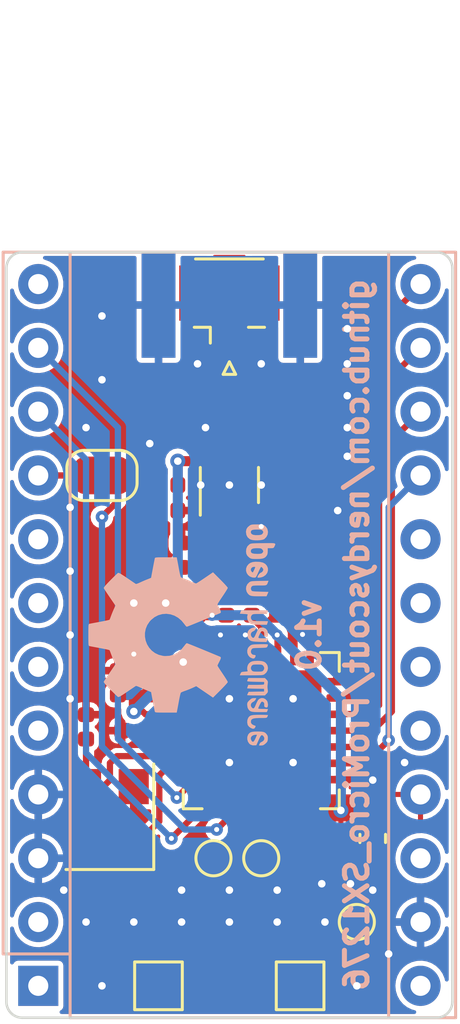
<source format=kicad_pcb>
(kicad_pcb (version 20171130) (host pcbnew 5.1.5-52549c5~84~ubuntu18.04.1)
  (title_block (title ProMicro_SX1276) (date 2020-02-12) (rev v1.0) (company https://twitter.com/nerdyscout84) (comment 1 "CERN Open Hardware Licence v1.2") (comment 2 https://github.com/nerdyscout/ProMicro/SX1276))
  (layers (0 F.Cu mixed) (31 B.Cu mixed) (34 B.Paste user) (35 F.Paste user) (36 B.SilkS user) (37 F.SilkS user) (38 B.Mask user) (39 F.Mask user) (44 Edge.Cuts user))
  (net 0 "")
  (net 1 GND)
  (net 2 "Net-(C1-Pad1)")
  (net 3 RFO_HF)
  (net 4 "Net-(C3-Pad1)")
  (net 5 "Net-(C4-Pad1)")
  (net 6 "Net-(C12-Pad2)")
  (net 7 "Net-(C6-Pad1)")
  (net 8 "Net-(C7-Pad1)")
  (net 9 "Net-(C12-Pad1)")
  (net 10 "Net-(C9-Pad2)")
  (net 11 "Net-(C10-Pad1)")
  (net 12 "Net-(C11-Pad1)")
  (net 13 "Net-(C13-Pad1)")
  (net 14 +3V3)
  (net 15 "Net-(C20-Pad1)")
  (net 16 "Net-(C21-Pad1)")
  (net 17 VR_PA)
  (net 18 RFI-HF)
  (net 19 "Net-(R1-Pad1)")
  (net 20 SCK)
  (net 21 MISO)
  (net 22 MOSI)
  (net 23 D8)
  (net 24 D7)
  (net 25 "Net-(TP2-Pad1)")
  (net 26 "Net-(TP3-Pad1)")
  (net 27 "Net-(TP4-Pad1)")
  (net 28 D10)
  (net 29 D6)
  (net 30 "Net-(JP1-Pad1)")
  (module Connector_Coaxial:U.FL_Hirose_U.FL-R-SMT-1_Vertical (layer F.Cu) (at 198.12 89.735 90)
    (fp_text reference J1 hide)
    (fp_text value SMA)
    (pad 2 smd rect (at 0.475 -1.475 90) (size 2.2 1.05) (layers F.Cu F.Paste F.Mask) (net 1 GND))
    (pad 1 smd rect (at -1.05 0 90) (size 1.05 1) (layers F.Cu F.Paste F.Mask) (net 12 "Net-(C11-Pad1)"))
    (pad 2 smd rect (at 0.475 1.475 90) (size 2.2 1.05) (layers F.Cu F.Paste F.Mask) (net 1 GND))
  )
  (module Jumper:SolderJumper-2_P1.3mm_Open_RoundedPad1.0x1.5mm (layer F.Cu) (at 193.04 96.52 180)
    (fp_text reference JP1 hide)
    (fp_text value SolderJumper_2_Open)
    (pad 2 smd custom (at 0.65 0 180) (size 1 0.5) (layers F.Cu F.Mask) (net 29 D6) (options (clearance outline) (anchor rect)) (primitives (gr_circle (center 0 0.25) (end 0.5 0.25) (width 0)) (gr_circle (center 0 -0.25) (end 0.5 -0.25) (width 0)) (gr_poly (pts (xy 0 -0.75) (xy -0.5 -0.75) (xy -0.5 0.75) (xy 0 0.75)) (width 0))))
    (pad 1 smd custom (at -0.65 0 180) (size 1 0.5) (layers F.Cu F.Mask) (net 30 "Net-(JP1-Pad1)") (options (clearance outline) (anchor rect)) (primitives (gr_circle (center 0 0.25) (end 0.5 0.25) (width 0)) (gr_circle (center 0 -0.25) (end 0.5 -0.25) (width 0)) (gr_poly (pts (xy 0 -0.75) (xy 0.5 -0.75) (xy 0.5 0.75) (xy 0 0.75)) (width 0))))
  )
  (module Capacitor_SMD:C_0402_1005Metric (layer F.Cu) (at 199.009 101.6 90)
    (fp_text reference C25 hide)
    (fp_text value F)
    (pad 2 smd roundrect (at 0.485 0 90) (size 0.59 0.64) (layers F.Cu F.Paste F.Mask) (net 1 GND))
    (pad 1 smd roundrect (at -0.485 0 90) (size 0.59 0.64) (layers F.Cu F.Paste F.Mask) (net 17 VR_PA))
  )
  (module Capacitor_SMD:C_0402_1005Metric (layer F.Cu) (at 202.438 99.695 90)
    (fp_text reference C24 hide)
    (fp_text value DNP)
    (pad 2 smd roundrect (at 0.485 0 90) (size 0.59 0.64) (layers F.Cu F.Paste F.Mask) (net 1 GND))
    (pad 1 smd roundrect (at -0.485 0 90) (size 0.59 0.64) (layers F.Cu F.Paste F.Mask) (net 18 RFI-HF))
  )
  (module TestPoint:TestPoint_Pad_1.5x1.5mm (layer F.Cu) (at 200.9394 116.84)
    (fp_text reference TP6 hide)
    (fp_text value TestPoint)
    (pad 1 smd rect (at 0 0) (size 1.5 1.5) (layers F.Cu F.Mask) (net 1 GND))
  )
  (module TestPoint:TestPoint_Pad_1.5x1.5mm (layer F.Cu) (at 195.29298 116.84)
    (fp_text reference TP5 hide)
    (fp_text value TestPoint)
    (pad 1 smd rect (at 0 0) (size 1.5 1.5) (layers F.Cu F.Mask) (net 1 GND))
  )
  (module Symbol:OSHW-Logo2_9.8x8mm_SilkScreen (layer B.Cu) (at 196.215 102.87 270)
    (fp_text reference LOGO1 hide)
    (fp_text value Logo_Open_Hardware_Small hide)
  )
  (module Capacitor_SMD:C_0402_1005Metric (layer F.Cu) (at 195.58 96.901 180)
    (fp_text reference C14 hide)
    (fp_text value 1nF)
    (pad 2 smd roundrect (at 0.485 0 180) (size 0.59 0.64) (layers F.Cu F.Paste F.Mask) (net 1 GND))
    (pad 1 smd roundrect (at -0.485 0 180) (size 0.59 0.64) (layers F.Cu F.Paste F.Mask) (net 14 +3V3))
  )
  (module Capacitor_SMD:C_0402_1005Metric (layer F.Cu) (at 200.81 94.615)
    (fp_text reference C13 hide)
    (fp_text value 1nF)
    (pad 2 smd roundrect (at 0.485 0) (size 0.59 0.64) (layers F.Cu F.Paste F.Mask) (net 1 GND))
    (pad 1 smd roundrect (at -0.485 0) (size 0.59 0.64) (layers F.Cu F.Paste F.Mask) (net 13 "Net-(C13-Pad1)"))
  )
  (module Capacitor_SMD:C_0402_1005Metric (layer F.Cu) (at 196.215 99.695 270)
    (fp_text reference C12 hide)
    (fp_text value 1.2pF)
    (pad 2 smd roundrect (at 0.485 0 270) (size 0.59 0.64) (layers F.Cu F.Paste F.Mask) (net 6 "Net-(C12-Pad2)"))
    (pad 1 smd roundrect (at -0.485 0 270) (size 0.59 0.64) (layers F.Cu F.Paste F.Mask) (net 9 "Net-(C12-Pad1)"))
  )
  (module Capacitor_SMD:C_0402_1005Metric (layer F.Cu) (at 196.215 93.345 180)
    (fp_text reference C11 hide)
    (fp_text value DNP)
    (pad 2 smd roundrect (at 0.485 0 180) (size 0.59 0.64) (layers F.Cu F.Paste F.Mask) (net 1 GND))
    (pad 1 smd roundrect (at -0.485 0 180) (size 0.59 0.64) (layers F.Cu F.Paste F.Mask) (net 12 "Net-(C11-Pad1)"))
  )
  (module Capacitor_SMD:C_0402_1005Metric (layer F.Cu) (at 200.81 93.345)
    (fp_text reference C10 hide)
    (fp_text value DNP)
    (pad 2 smd roundrect (at 0.485 0) (size 0.59 0.64) (layers F.Cu F.Paste F.Mask) (net 1 GND))
    (pad 1 smd roundrect (at -0.485 0) (size 0.59 0.64) (layers F.Cu F.Paste F.Mask) (net 11 "Net-(C10-Pad1)"))
  )
  (module Capacitor_SMD:C_0402_1005Metric (layer F.Cu) (at 198.605 94.615 180)
    (fp_text reference C9 hide)
    (fp_text value 47p)
    (pad 2 smd roundrect (at 0.485 0 180) (size 0.59 0.64) (layers F.Cu F.Paste F.Mask) (net 10 "Net-(C9-Pad2)"))
    (pad 1 smd roundrect (at -0.485 0 180) (size 0.59 0.64) (layers F.Cu F.Paste F.Mask) (net 11 "Net-(C10-Pad1)"))
  )
  (module Capacitor_SMD:C_0402_1005Metric (layer F.Cu) (at 195.58 97.917 180)
    (fp_text reference C8 hide)
    (fp_text value 1.8pF)
    (pad 2 smd roundrect (at 0.485 0 180) (size 0.59 0.64) (layers F.Cu F.Paste F.Mask) (net 1 GND))
    (pad 1 smd roundrect (at -0.485 0 180) (size 0.59 0.64) (layers F.Cu F.Paste F.Mask) (net 9 "Net-(C12-Pad1)"))
  )
  (module Capacitor_SMD:C_0402_1005Metric (layer F.Cu) (at 200.81 97.917)
    (fp_text reference C7 hide)
    (fp_text value 47pF)
    (pad 2 smd roundrect (at 0.485 0) (size 0.59 0.64) (layers F.Cu F.Paste F.Mask) (net 7 "Net-(C6-Pad1)"))
    (pad 1 smd roundrect (at -0.485 0) (size 0.59 0.64) (layers F.Cu F.Paste F.Mask) (net 8 "Net-(C7-Pad1)"))
  )
  (module Capacitor_SMD:C_0402_1005Metric (layer F.Cu) (at 200.81 96.901 180)
    (fp_text reference C6 hide)
    (fp_text value 3.3pF)
    (pad 1 smd roundrect (at -0.485 0 180) (size 0.59 0.64) (layers F.Cu F.Paste F.Mask) (net 7 "Net-(C6-Pad1)"))
    (pad 2 smd roundrect (at 0.485 0 180) (size 0.59 0.64) (layers F.Cu F.Paste F.Mask) (net 1 GND))
  )
  (module Capacitor_SMD:C_0402_1005Metric (layer F.Cu) (at 194.945 99.695 90)
    (fp_text reference C5 hide)
    (fp_text value 4.7pF)
    (pad 2 smd roundrect (at 0.485 0 90) (size 0.59 0.64) (layers F.Cu F.Paste F.Mask) (net 1 GND))
    (pad 1 smd roundrect (at -0.485 0 90) (size 0.59 0.64) (layers F.Cu F.Paste F.Mask) (net 6 "Net-(C12-Pad2)"))
  )
  (module Capacitor_SMD:C_0402_1005Metric (layer F.Cu) (at 200.025 99.695 270)
    (fp_text reference C3 hide)
    (fp_text value 33pF)
    (pad 2 smd roundrect (at 0.485 0 270) (size 0.59 0.64) (layers F.Cu F.Paste F.Mask) (net 3 RFO_HF))
    (pad 1 smd roundrect (at -0.485 0 270) (size 0.59 0.64) (layers F.Cu F.Paste F.Mask) (net 4 "Net-(C3-Pad1)"))
  )
  (module Capacitor_SMD:C_0402_1005Metric (layer F.Cu) (at 201.295 101.6 90)
    (fp_text reference C2 hide)
    (fp_text value 1.5pF)
    (pad 2 smd roundrect (at 0.485 0 90) (size 0.59 0.64) (layers F.Cu F.Paste F.Mask) (net 3 RFO_HF))
    (pad 1 smd roundrect (at -0.485 0 90) (size 0.59 0.64) (layers F.Cu F.Paste F.Mask) (net 1 GND))
  )
  (module Package_TO_SOT_SMD:SOT-363_SC-70-6 (layer F.Cu) (at 198.12 96.901 90)
    (fp_text reference U2 hide)
    (fp_text value AS179-92LF)
    (pad 6 smd rect (at 0.95 -0.65 90) (size 0.65 0.4) (layers F.Cu F.Paste F.Mask) (net 14 +3V3))
    (pad 4 smd rect (at 0.95 0.65 90) (size 0.65 0.4) (layers F.Cu F.Paste F.Mask) (net 13 "Net-(C13-Pad1)"))
    (pad 2 smd rect (at -0.95 0 90) (size 0.65 0.4) (layers F.Cu F.Paste F.Mask) (net 1 GND))
    (pad 5 smd rect (at 0.95 0 90) (size 0.65 0.4) (layers F.Cu F.Paste F.Mask) (net 10 "Net-(C9-Pad2)"))
    (pad 3 smd rect (at -0.95 0.65 90) (size 0.65 0.4) (layers F.Cu F.Paste F.Mask) (net 8 "Net-(C7-Pad1)"))
    (pad 1 smd rect (at -0.95 -0.65 90) (size 0.65 0.4) (layers F.Cu F.Paste F.Mask) (net 9 "Net-(C12-Pad1)"))
  )
  (module Resistor_SMD:R_0402_1005Metric (layer F.Cu) (at 200.81 95.885 180)
    (fp_text reference R1 hide)
    (fp_text value 1k)
    (pad 2 smd roundrect (at 0.485 0 180) (size 0.59 0.64) (layers F.Cu F.Paste F.Mask) (net 13 "Net-(C13-Pad1)"))
    (pad 1 smd roundrect (at -0.485 0 180) (size 0.59 0.64) (layers F.Cu F.Paste F.Mask) (net 19 "Net-(R1-Pad1)"))
  )
  (module Inductor_SMD:L_0402_1005Metric (layer F.Cu) (at 198.605 93.345 180)
    (fp_text reference L5 hide)
    (fp_text value 0R)
    (pad 2 smd roundrect (at 0.485 0 180) (size 0.59 0.64) (layers F.Cu F.Paste F.Mask) (net 12 "Net-(C11-Pad1)"))
    (pad 1 smd roundrect (at -0.485 0 180) (size 0.59 0.64) (layers F.Cu F.Paste F.Mask) (net 11 "Net-(C10-Pad1)"))
  )
  (module Inductor_SMD:L_0402_1005Metric (layer F.Cu) (at 197.485 99.695 90)
    (fp_text reference L4 hide)
    (fp_text value 6.2nH)
    (pad 2 smd roundrect (at 0.485 0 90) (size 0.59 0.64) (layers F.Cu F.Paste F.Mask) (net 9 "Net-(C12-Pad1)"))
    (pad 1 smd roundrect (at -0.485 0 90) (size 0.59 0.64) (layers F.Cu F.Paste F.Mask) (net 6 "Net-(C12-Pad2)"))
  )
  (module Inductor_SMD:L_0402_1005Metric (layer F.Cu) (at 201.295 99.695 90)
    (fp_text reference L3 hide)
    (fp_text value 10nH)
    (pad 2 smd roundrect (at 0.485 0 90) (size 0.59 0.64) (layers F.Cu F.Paste F.Mask) (net 7 "Net-(C6-Pad1)"))
    (pad 1 smd roundrect (at -0.485 0 90) (size 0.59 0.64) (layers F.Cu F.Paste F.Mask) (net 18 RFI-HF))
  )
  (module Inductor_SMD:L_0402_1005Metric (layer F.Cu) (at 198.755 99.695 270)
    (fp_text reference L2 hide)
    (fp_text value 10nH)
    (pad 2 smd roundrect (at 0.485 0 270) (size 0.59 0.64) (layers F.Cu F.Paste F.Mask) (net 6 "Net-(C12-Pad2)"))
    (pad 1 smd roundrect (at -0.485 0 270) (size 0.59 0.64) (layers F.Cu F.Paste F.Mask) (net 4 "Net-(C3-Pad1)"))
  )
  (module Inductor_SMD:L_0402_1005Metric (layer F.Cu) (at 200.025 101.6 90)
    (fp_text reference L1 hide)
    (fp_text value 33nH)
    (pad 2 smd roundrect (at 0.485 0 90) (size 0.59 0.64) (layers F.Cu F.Paste F.Mask) (net 3 RFO_HF))
    (pad 1 smd roundrect (at -0.485 0 90) (size 0.59 0.64) (layers F.Cu F.Paste F.Mask) (net 17 VR_PA))
  )
  (module Connector_Coaxial:SMA_Samtec_SMA-J-P-H-ST-EM1_EdgeMount (layer F.Cu) (at 198.12 89.735 90)
    (fp_text reference J2 hide)
    (fp_text value COAX)
    (pad 1 smd rect (at 0.2 0 180) (size 1.27 3.6) (layers F.Cu F.Paste F.Mask) (net 12 "Net-(C11-Pad1)"))
    (pad 2 smd rect (at 0 -2.825 180) (size 1.35 4.2) (layers F.Cu F.Paste F.Mask) (net 1 GND))
    (pad 2 smd rect (at 0 2.825 180) (size 1.35 4.2) (layers F.Cu F.Paste F.Mask) (net 1 GND))
    (pad 2 smd rect (at 0 -2.825 180) (size 1.35 4.2) (layers B.Cu B.Paste B.Mask) (net 1 GND))
    (pad 2 smd rect (at 0 2.825 180) (size 1.35 4.2) (layers B.Cu B.Paste B.Mask) (net 1 GND))
  )
  (module TestPoint:TestPoint_Pad_D1.0mm (layer F.Cu) (at 203.2 114.3)
    (fp_text reference TP4 hide)
    (fp_text value TestPoint hide)
    (pad 1 smd circle (at 0 0) (size 1 1) (layers F.Cu F.Mask) (net 27 "Net-(TP4-Pad1)"))
  )
  (module TestPoint:TestPoint_Pad_D1.0mm (layer F.Cu) (at 199.39 111.76)
    (fp_text reference TP3 hide)
    (fp_text value TestPoint hide)
    (pad 1 smd circle (at 0 0) (size 1 1) (layers F.Cu F.Mask) (net 26 "Net-(TP3-Pad1)"))
  )
  (module TestPoint:TestPoint_Pad_D1.0mm (layer F.Cu) (at 197.485 111.76)
    (fp_text reference TP2 hide)
    (fp_text value TestPoint hide)
    (pad 1 smd circle (at 0 0) (size 1 1) (layers F.Cu F.Mask) (net 25 "Net-(TP2-Pad1)"))
  )
  (module Capacitor_SMD:C_0603_1608Metric (layer F.Cu) (at 203.835 110.9725 270)
    (fp_text reference C23 hide)
    (fp_text value 10µ)
    (pad 2 smd roundrect (at 0.7875 0 270) (size 0.875 0.95) (layers F.Cu F.Paste F.Mask) (net 1 GND))
    (pad 1 smd roundrect (at -0.7875 0 270) (size 0.875 0.95) (layers F.Cu F.Paste F.Mask) (net 14 +3V3))
  )
  (module Module:Sparkfun_Pro_Micro (layer B.Cu) (at 190.5 116.84)
    (fp_text reference A1 hide)
    (fp_text value Sparkfun_Pro_Micro_3V3)
    (pad 24 thru_hole oval (at 15.24 0) (size 1.6 1.6) (drill 0.8) (layers *.Cu *.Mask))
    (pad 23 thru_hole oval (at 15.24 -2.54) (size 1.6 1.6) (drill 0.8) (layers *.Cu *.Mask) (net 1 GND))
    (pad 22 thru_hole oval (at 15.24 -5.08) (size 1.6 1.6) (drill 0.8) (layers *.Cu *.Mask))
    (pad 12 thru_hole oval (at 0 -27.94) (size 1.6 1.6) (drill 0.8) (layers *.Cu *.Mask))
    (pad 21 thru_hole oval (at 15.24 -7.62) (size 1.6 1.6) (drill 0.8) (layers *.Cu *.Mask) (net 14 +3V3))
    (pad 11 thru_hole oval (at 0 -25.4) (size 1.6 1.6) (drill 0.8) (layers *.Cu *.Mask) (net 23 D8))
    (pad 20 thru_hole oval (at 15.24 -10.16) (size 1.6 1.6) (drill 0.8) (layers *.Cu *.Mask))
    (pad 10 thru_hole oval (at 0 -22.86) (size 1.6 1.6) (drill 0.8) (layers *.Cu *.Mask) (net 24 D7))
    (pad 19 thru_hole oval (at 15.24 -12.7) (size 1.6 1.6) (drill 0.8) (layers *.Cu *.Mask))
    (pad 9 thru_hole oval (at 0 -20.32) (size 1.6 1.6) (drill 0.8) (layers *.Cu *.Mask) (net 29 D6))
    (pad 18 thru_hole oval (at 15.24 -15.24) (size 1.6 1.6) (drill 0.8) (layers *.Cu *.Mask))
    (pad 8 thru_hole oval (at 0 -17.78) (size 1.6 1.6) (drill 0.8) (layers *.Cu *.Mask))
    (pad 17 thru_hole oval (at 15.24 -17.78) (size 1.6 1.6) (drill 0.8) (layers *.Cu *.Mask))
    (pad 7 thru_hole oval (at 0 -15.24) (size 1.6 1.6) (drill 0.8) (layers *.Cu *.Mask))
    (pad 16 thru_hole oval (at 15.24 -20.32) (size 1.6 1.6) (drill 0.8) (layers *.Cu *.Mask) (net 20 SCK))
    (pad 6 thru_hole oval (at 0 -12.7) (size 1.6 1.6) (drill 0.8) (layers *.Cu *.Mask))
    (pad 15 thru_hole oval (at 15.24 -22.86) (size 1.6 1.6) (drill 0.8) (layers *.Cu *.Mask) (net 21 MISO))
    (pad 5 thru_hole oval (at 0 -10.16) (size 1.6 1.6) (drill 0.8) (layers *.Cu *.Mask))
    (pad 14 thru_hole oval (at 15.24 -25.4) (size 1.6 1.6) (drill 0.8) (layers *.Cu *.Mask) (net 22 MOSI))
    (pad 4 thru_hole oval (at 0 -7.62) (size 1.6 1.6) (drill 0.8) (layers *.Cu *.Mask) (net 1 GND))
    (pad 13 thru_hole oval (at 15.24 -27.94) (size 1.6 1.6) (drill 0.8) (layers *.Cu *.Mask) (net 28 D10))
    (pad 3 thru_hole oval (at 0 -5.08) (size 1.6 1.6) (drill 0.8) (layers *.Cu *.Mask) (net 1 GND))
    (pad 2 thru_hole oval (at 0 -2.54) (size 1.6 1.6) (drill 0.8) (layers *.Cu *.Mask))
    (pad 1 thru_hole rect (at 0 0) (size 1.6 1.6) (drill 0.8) (layers *.Cu *.Mask))
  )
  (module Package_DFN_QFN:QFN-28-1EP_6x6mm_P0.65mm_EP4.8x4.8mm (layer F.Cu) (at 199.39 106.68)
    (fp_text reference U1 hide)
    (fp_text value SX1276)
    (pad 28 smd roundrect (at -1.95 -2.9875) (size 0.3 0.775) (layers F.Cu F.Paste F.Mask))
    (pad 27 smd roundrect (at -1.3 -2.9875) (size 0.3 0.775) (layers F.Cu F.Paste F.Mask))
    (pad 26 smd roundrect (at -0.65 -2.9875) (size 0.3 0.775) (layers F.Cu F.Paste F.Mask) (net 1 GND))
    (pad 25 smd roundrect (at 0 -2.9875) (size 0.3 0.775) (layers F.Cu F.Paste F.Mask) (net 17 VR_PA))
    (pad 24 smd roundrect (at 0.65 -2.9875) (size 0.3 0.775) (layers F.Cu F.Paste F.Mask) (net 14 +3V3))
    (pad 23 smd roundrect (at 1.3 -2.9875) (size 0.3 0.775) (layers F.Cu F.Paste F.Mask) (net 1 GND))
    (pad 22 smd roundrect (at 1.95 -2.9875) (size 0.3 0.775) (layers F.Cu F.Paste F.Mask) (net 3 RFO_HF))
    (pad 21 smd roundrect (at 2.9875 -1.95) (size 0.775 0.3) (layers F.Cu F.Paste F.Mask) (net 18 RFI-HF))
    (pad 20 smd roundrect (at 2.9875 -1.3) (size 0.775 0.3) (layers F.Cu F.Paste F.Mask) (net 19 "Net-(R1-Pad1)"))
    (pad 19 smd roundrect (at 2.9875 -0.65) (size 0.775 0.3) (layers F.Cu F.Paste F.Mask) (net 28 D10))
    (pad 18 smd roundrect (at 2.9875 0) (size 0.775 0.3) (layers F.Cu F.Paste F.Mask) (net 22 MOSI))
    (pad 17 smd roundrect (at 2.9875 0.65) (size 0.775 0.3) (layers F.Cu F.Paste F.Mask) (net 21 MISO))
    (pad 16 smd roundrect (at 2.9875 1.3) (size 0.775 0.3) (layers F.Cu F.Paste F.Mask) (net 20 SCK))
    (pad 15 smd roundrect (at 2.9875 1.95) (size 0.775 0.3) (layers F.Cu F.Paste F.Mask) (net 1 GND))
    (pad 14 smd roundrect (at 1.95 2.9875) (size 0.3 0.775) (layers F.Cu F.Paste F.Mask) (net 14 +3V3))
    (pad 13 smd roundrect (at 1.3 2.9875) (size 0.3 0.775) (layers F.Cu F.Paste F.Mask) (net 27 "Net-(TP4-Pad1)"))
    (pad 12 smd roundrect (at 0.65 2.9875) (size 0.3 0.775) (layers F.Cu F.Paste F.Mask))
    (pad 11 smd roundrect (at 0 2.9875) (size 0.3 0.775) (layers F.Cu F.Paste F.Mask) (net 26 "Net-(TP3-Pad1)"))
    (pad 10 smd roundrect (at -0.65 2.9875) (size 0.3 0.775) (layers F.Cu F.Paste F.Mask) (net 25 "Net-(TP2-Pad1)"))
    (pad 9 smd roundrect (at -1.3 2.9875) (size 0.3 0.775) (layers F.Cu F.Paste F.Mask) (net 30 "Net-(JP1-Pad1)"))
    (pad 8 smd roundrect (at -1.95 2.9875) (size 0.3 0.775) (layers F.Cu F.Paste F.Mask) (net 24 D7))
    (pad 7 smd roundrect (at -2.9875 1.95) (size 0.775 0.3) (layers F.Cu F.Paste F.Mask) (net 23 D8))
    (pad 6 smd roundrect (at -2.9875 1.3) (size 0.775 0.3) (layers F.Cu F.Paste F.Mask) (net 2 "Net-(C1-Pad1)"))
    (pad 5 smd roundrect (at -2.9875 0.65) (size 0.775 0.3) (layers F.Cu F.Paste F.Mask) (net 5 "Net-(C4-Pad1)"))
    (pad 4 smd roundrect (at -2.9875 0) (size 0.775 0.3) (layers F.Cu F.Paste F.Mask) (net 15 "Net-(C20-Pad1)"))
    (pad 3 smd roundrect (at -2.9875 -0.65) (size 0.775 0.3) (layers F.Cu F.Paste F.Mask) (net 14 +3V3))
    (pad 2 smd roundrect (at -2.9875 -1.3) (size 0.775 0.3) (layers F.Cu F.Paste F.Mask) (net 16 "Net-(C21-Pad1)"))
    (pad 1 smd roundrect (at -2.9875 -1.95) (size 0.775 0.3) (layers F.Cu F.Paste F.Mask))
    (pad 29 smd roundrect (at 0 0) (size 4.8 4.8) (layers F.Cu F.Mask) (roundrect_rratio 0.052083) (net 1 GND))
  )
  (module Crystal:Crystal_SMD_SeikoEpson_FA238V-4Pin_3.2x2.5mm (layer F.Cu) (at 193.355 110.109 90)
    (fp_text reference Y1 hide)
    (fp_text value 32Mhz)
    (pad 4 smd rect (at -1.2 -0.95 90) (size 1.4 1.2) (layers F.Cu F.Paste F.Mask) (net 1 GND))
    (pad 3 smd rect (at 1.2 -0.95 90) (size 1.4 1.2) (layers F.Cu F.Paste F.Mask) (net 5 "Net-(C4-Pad1)"))
    (pad 2 smd rect (at 1.2 0.95 90) (size 1.4 1.2) (layers F.Cu F.Paste F.Mask) (net 1 GND))
    (pad 1 smd rect (at -1.2 0.95 90) (size 1.4 1.2) (layers F.Cu F.Paste F.Mask) (net 2 "Net-(C1-Pad1)"))
  )
  (module Capacitor_SMD:C_0402_1005Metric (layer F.Cu) (at 202.565 111.275 270)
    (fp_text reference C22 hide)
    (fp_text value 1µ)
    (pad 1 smd roundrect (at -0.485 0 270) (size 0.59 0.64) (layers F.Cu F.Paste F.Mask) (net 14 +3V3))
    (pad 2 smd roundrect (at 0.485 0 270) (size 0.59 0.64) (layers F.Cu F.Paste F.Mask) (net 1 GND))
  )
  (module Capacitor_SMD:C_0402_1005Metric (layer F.Cu) (at 194.31 102.87 180)
    (fp_text reference C21 hide)
    (fp_text value 100n)
    (pad 2 smd roundrect (at 0.485 0 180) (size 0.59 0.64) (layers F.Cu F.Paste F.Mask) (net 1 GND))
    (pad 1 smd roundrect (at -0.485 0 180) (size 0.59 0.64) (layers F.Cu F.Paste F.Mask) (net 16 "Net-(C21-Pad1)"))
  )
  (module Capacitor_SMD:C_0402_1005Metric (layer F.Cu) (at 194.31 106.68 180)
    (fp_text reference C20 hide)
    (fp_text value 100n)
    (pad 2 smd roundrect (at 0.485 0 180) (size 0.59 0.64) (layers F.Cu F.Paste F.Mask) (net 1 GND))
    (pad 1 smd roundrect (at -0.485 0 180) (size 0.59 0.64) (layers F.Cu F.Paste F.Mask) (net 15 "Net-(C20-Pad1)"))
  )
  (module Capacitor_SMD:C_0402_1005Metric (layer F.Cu) (at 194.945 104.775 270)
    (fp_text reference C19 hide)
    (fp_text value 100n)
    (pad 2 smd roundrect (at 0.485 0 270) (size 0.59 0.64) (layers F.Cu F.Paste F.Mask) (net 14 +3V3))
    (pad 1 smd roundrect (at -0.485 0 270) (size 0.59 0.64) (layers F.Cu F.Paste F.Mask) (net 1 GND))
  )
  (module Capacitor_SMD:C_0402_1005Metric (layer F.Cu) (at 193.675 104.775 90)
    (fp_text reference C18 hide)
    (fp_text value 47p)
    (pad 2 smd roundrect (at 0.485 0 90) (size 0.59 0.64) (layers F.Cu F.Paste F.Mask) (net 1 GND))
    (pad 1 smd roundrect (at -0.485 0 90) (size 0.59 0.64) (layers F.Cu F.Paste F.Mask) (net 14 +3V3))
  )
  (module Capacitor_SMD:C_0402_1005Metric (layer F.Cu) (at 201.295 111.275 90)
    (fp_text reference C17 hide)
    (fp_text value 100n)
    (pad 2 smd roundrect (at 0.485 0 90) (size 0.59 0.64) (layers F.Cu F.Paste F.Mask) (net 14 +3V3))
    (pad 1 smd roundrect (at -0.485 0 90) (size 0.59 0.64) (layers F.Cu F.Paste F.Mask) (net 1 GND))
  )
  (module Capacitor_SMD:C_0402_1005Metric (layer F.Cu) (at 196.85 101.6 270)
    (fp_text reference C16 hide)
    (fp_text value 100n)
    (pad 2 smd roundrect (at 0.485 0 270) (size 0.59 0.64) (layers F.Cu F.Paste F.Mask) (net 14 +3V3))
    (pad 1 smd roundrect (at -0.485 0 270) (size 0.59 0.64) (layers F.Cu F.Paste F.Mask) (net 1 GND))
  )
  (module Capacitor_SMD:C_0402_1005Metric (layer F.Cu) (at 197.993 101.6 90)
    (fp_text reference C15 hide)
    (fp_text value 47p)
    (pad 2 smd roundrect (at 0.485 0 90) (size 0.59 0.64) (layers F.Cu F.Paste F.Mask) (net 1 GND))
    (pad 1 smd roundrect (at -0.485 0 90) (size 0.59 0.64) (layers F.Cu F.Paste F.Mask) (net 14 +3V3))
  )
  (module Capacitor_SMD:C_0402_1005Metric (layer F.Cu) (at 192.405 106.53 90)
    (fp_text reference C4 hide)
    (fp_text value 15p)
    (pad 2 smd roundrect (at 0.485 0 90) (size 0.59 0.64) (layers F.Cu F.Paste F.Mask) (net 1 GND))
    (pad 1 smd roundrect (at -0.485 0 90) (size 0.59 0.64) (layers F.Cu F.Paste F.Mask) (net 5 "Net-(C4-Pad1)"))
  )
  (module Capacitor_SMD:C_0402_1005Metric (layer F.Cu) (at 193.04 113.03 180)
    (fp_text reference C1 hide)
    (fp_text value 15p)
    (pad 2 smd roundrect (at 0.485 0 180) (size 0.59 0.64) (layers F.Cu F.Paste F.Mask) (net 1 GND))
    (pad 1 smd roundrect (at -0.485 0 180) (size 0.59 0.64) (layers F.Cu F.Paste F.Mask) (net 2 "Net-(C1-Pad1)"))
  )
  (gr_text v1.0 (at 201.295 102.87 90) (layer B.SilkS) (effects (font (size 0.9 0.9) (thickness 0.2)) (justify mirror)))
  (gr_arc (start 189.865 88.265) (end 189.865 87.63) (angle -90) (layer Edge.Cuts) (width 0.1))
  (gr_arc (start 206.375 88.265) (end 207.01 88.265) (angle -90) (layer Edge.Cuts) (width 0.1))
  (gr_line (start 189.865 87.63) (end 206.375 87.63) (layer Edge.Cuts) (width 0.1))
  (gr_arc (start 206.375 117.475) (end 206.375 118.11) (angle -90) (layer Edge.Cuts) (width 0.1))
  (gr_arc (start 189.865 117.475) (end 189.23 117.475) (angle -90) (layer Edge.Cuts) (width 0.1))
  (gr_text github.com/nerdyscout/ProMicro_SX1276 (at 203.2 102.87 90) (layer B.SilkS) (effects (font (size 0.9 0.9) (thickness 0.2)) (justify mirror)))
  (gr_line (start 189.23 117.475) (end 189.23 88.265) (layer Edge.Cuts) (width 0.1))
  (gr_line (start 206.375 118.11) (end 189.865 118.11) (layer Edge.Cuts) (width 0.1))
  (gr_line (start 207.01 88.265) (end 207.01 117.475) (layer Edge.Cuts) (width 0.1))
  (via (at 203.835 113.03) (size 0.6) (drill 0.3) (layers F.Cu B.Cu) (net 1))
  (via (at 192.405 114.3) (size 0.6) (drill 0.3) (layers F.Cu B.Cu) (net 1))
  (via (at 204.47 115.57) (size 0.6) (drill 0.3) (layers F.Cu B.Cu) (net 1))
  (via (at 203.2 116.84) (size 0.6) (drill 0.3) (layers F.Cu B.Cu) (net 1))
  (via (at 201.93 114.3) (size 0.6) (drill 0.3) (layers F.Cu B.Cu) (net 1))
  (via (at 200.025 114.3) (size 0.6) (drill 0.3) (layers F.Cu B.Cu) (net 1))
  (via (at 198.12 114.3) (size 0.6) (drill 0.3) (layers F.Cu B.Cu) (net 1))
  (via (at 196.215 114.3) (size 0.6) (drill 0.3) (layers F.Cu B.Cu) (net 1))
  (via (at 193.04 116.84) (size 0.6) (drill 0.3) (layers F.Cu B.Cu) (net 1))
  (via (at 205.105 107.95) (size 0.6) (drill 0.3) (layers F.Cu B.Cu) (net 1))
  (via (at 198.12 96.901) (size 0.6) (drill 0.3) (layers F.Cu B.Cu) (net 1))
  (via (at 199.39 98.552) (size 0.5) (drill 0.2) (layers F.Cu B.Cu) (net 1))
  (via (at 199.39 96.901) (size 0.6) (drill 0.3) (layers F.Cu B.Cu) (net 1))
  (via (at 202.819 95.758) (size 0.6) (drill 0.3) (layers F.Cu B.Cu) (net 1))
  (via (at 202.819 94.615) (size 0.6) (drill 0.3) (layers F.Cu B.Cu) (net 1))
  (via (at 202.819 93.345) (size 0.6) (drill 0.3) (layers F.Cu B.Cu) (net 1))
  (via (at 203.835 108.6485) (size 0.6) (drill 0.3) (layers F.Cu B.Cu) (net 1))
  (via (at 198.755 102.87) (size 0.45) (drill 0.2) (layers F.Cu B.Cu) (net 1))
  (via (at 201.036216 102.849384) (size 0.45) (drill 0.2) (layers F.Cu B.Cu) (net 1))
  (via (at 194.31 103.632) (size 0.5) (drill 0.2) (layers F.Cu B.Cu) (net 1))
  (via (at 196.977 96.901) (size 0.6) (drill 0.3) (layers F.Cu B.Cu) (net 1))
  (via (at 196.85 92.075) (size 0.6) (drill 0.3) (layers F.Cu B.Cu) (net 1))
  (via (at 199.39 92.075) (size 0.6) (drill 0.3) (layers F.Cu B.Cu) (net 1))
  (via (at 202.819 92.075) (size 0.6) (drill 0.3) (layers F.Cu B.Cu) (net 1))
  (via (at 202.819 90.678) (size 0.6) (drill 0.3) (layers F.Cu B.Cu) (net 1))
  (via (at 191.516 113.03) (size 0.6) (drill 0.3) (layers F.Cu B.Cu) (net 1))
  (via (at 193.04 90.17) (size 0.6) (drill 0.3) (layers F.Cu B.Cu) (net 1))
  (via (at 191.77 102.87) (size 0.6) (drill 0.3) (layers F.Cu B.Cu) (net 1))
  (via (at 191.77 100.33) (size 0.6) (drill 0.3) (layers F.Cu B.Cu) (net 1))
  (via (at 194.945 95.25) (size 0.6) (drill 0.3) (layers F.Cu B.Cu) (net 1))
  (via (at 193.04 92.71) (size 0.6) (drill 0.3) (layers F.Cu B.Cu) (net 1))
  (via (at 194.31 101.6) (size 0.6) (drill 0.3) (layers F.Cu B.Cu) (net 1))
  (via (at 197.1675 94.615) (size 0.6) (drill 0.3) (layers F.Cu B.Cu) (net 1))
  (via (at 197.7644 102.87) (size 0.45) (drill 0.2) (layers F.Cu B.Cu) (net 1))
  (via (at 196.215 113.03) (size 0.6) (drill 0.3) (layers F.Cu B.Cu) (net 1))
  (via (at 198.12 113.03) (size 0.6) (drill 0.3) (layers F.Cu B.Cu) (net 1))
  (via (at 200.025 113.03) (size 0.6) (drill 0.3) (layers F.Cu B.Cu) (net 1))
  (via (at 198.12 105.41) (size 0.6) (drill 0.3) (layers F.Cu B.Cu) (net 1))
  (via (at 198.12 107.95) (size 0.6) (drill 0.3) (layers F.Cu B.Cu) (net 1))
  (via (at 200.66 107.95) (size 0.6) (drill 0.3) (layers F.Cu B.Cu) (net 1))
  (via (at 200.66 105.41) (size 0.6) (drill 0.3) (layers F.Cu B.Cu) (net 1))
  (via (at 191.77 105.41) (size 0.6) (drill 0.3) (layers F.Cu B.Cu) (net 1))
  (via (at 194.31 114.3) (size 0.6) (drill 0.3) (layers F.Cu B.Cu) (net 1))
  (via (at 202.438 97.917) (size 0.6) (drill 0.3) (layers F.Cu B.Cu) (net 1))
  (segment (start 199.009 101.115) (end 198.016 101.115) (width 0.4) (layer F.Cu) (net 1))
  (segment (start 197.993 101.115) (end 196.873 101.115) (width 0.4) (layer F.Cu) (net 1))
  (segment (start 196.873 101.115) (end 196.85 101.092) (width 0.4) (layer F.Cu) (net 1))
  (via (at 195.58 101.6) (size 0.6) (drill 0.3) (layers F.Cu B.Cu) (net 1))
  (via (at 192.405 94.615) (size 0.6) (drill 0.3) (layers F.Cu B.Cu) (net 1))
  (via (at 191.77 97.79) (size 0.6) (drill 0.3) (layers F.Cu B.Cu) (net 1))
  (via (at 202.946 112.776) (size 0.6) (drill 0.3) (layers F.Cu B.Cu) (net 1))
  (via (at 201.803 112.776) (size 0.6) (drill 0.3) (layers F.Cu B.Cu) (net 1))
  (segment (start 195.326 108.458) (end 195.326 110.288) (width 0.25) (layer F.Cu) (net 2))
  (segment (start 195.326 110.288) (end 194.305 111.309) (width 0.25) (layer F.Cu) (net 2))
  (segment (start 195.804 107.98) (end 195.326 108.458) (width 0.25) (layer F.Cu) (net 2))
  (segment (start 196.4025 107.98) (end 195.804 107.98) (width 0.25) (layer F.Cu) (net 2))
  (segment (start 194.305 112.7175) (end 194.305 111.309) (width 0.25) (layer F.Cu) (net 2))
  (segment (start 193.525 113.03) (end 193.9925 113.03) (width 0.25) (layer F.Cu) (net 2))
  (segment (start 193.9925 113.03) (end 194.305 112.7175) (width 0.25) (layer F.Cu) (net 2))
  (segment (start 201.7625 101.115) (end 202.057 101.4095) (width 0.25) (layer F.Cu) (net 3))
  (segment (start 202.057 101.4095) (end 202.057 103.378) (width 0.25) (layer F.Cu) (net 3))
  (segment (start 201.295 101.115) (end 201.7625 101.115) (width 0.25) (layer F.Cu) (net 3))
  (segment (start 201.7425 103.6925) (end 201.34 103.6925) (width 0.25) (layer F.Cu) (net 3))
  (segment (start 202.057 103.378) (end 201.7425 103.6925) (width 0.25) (layer F.Cu) (net 3))
  (segment (start 200.025 101.115) (end 200.51 101.115) (width 0.25) (layer F.Cu) (net 3))
  (segment (start 201.295 101.115) (end 200.51 101.115) (width 0.25) (layer F.Cu) (net 3))
  (segment (start 200.025 101.115) (end 200.025 100.33) (width 0.25) (layer F.Cu) (net 3))
  (segment (start 200.025 99.21) (end 199.54 99.21) (width 0.25) (layer F.Cu) (net 4))
  (segment (start 198.755 99.21) (end 199.54 99.21) (width 0.25) (layer F.Cu) (net 4))
  (segment (start 193.632998 107.696) (end 195.326 107.696) (width 0.25) (layer F.Cu) (net 5))
  (segment (start 193.3575 107.971498) (end 193.632998 107.696) (width 0.25) (layer F.Cu) (net 5))
  (segment (start 192.405 108.909) (end 193.097 108.909) (width 0.25) (layer F.Cu) (net 5))
  (segment (start 195.326 107.696) (end 195.692 107.33) (width 0.25) (layer F.Cu) (net 5))
  (segment (start 193.3575 108.6485) (end 193.3575 107.971498) (width 0.25) (layer F.Cu) (net 5))
  (segment (start 193.097 108.909) (end 193.3575 108.6485) (width 0.25) (layer F.Cu) (net 5))
  (segment (start 195.692 107.33) (end 196.4025 107.33) (width 0.25) (layer F.Cu) (net 5))
  (segment (start 192.405 107.015) (end 192.405 107.823) (width 0.25) (layer F.Cu) (net 5))
  (segment (start 192.405 108.909) (end 192.405 107.823) (width 0.25) (layer F.Cu) (net 5))
  (segment (start 198.755 100.18) (end 198.27 100.18) (width 0.25) (layer F.Cu) (net 6))
  (segment (start 197.485 100.18) (end 198.27 100.18) (width 0.25) (layer F.Cu) (net 6))
  (segment (start 197.485 100.18) (end 197 100.18) (width 0.25) (layer F.Cu) (net 6))
  (segment (start 196.215 100.18) (end 197 100.18) (width 0.25) (layer F.Cu) (net 6))
  (segment (start 194.945 100.18) (end 195.43 100.18) (width 0.25) (layer F.Cu) (net 6))
  (segment (start 196.215 100.18) (end 195.43 100.18) (width 0.25) (layer F.Cu) (net 6))
  (segment (start 201.295 97.917) (end 201.295 98.552) (width 0.25) (layer F.Cu) (net 7))
  (segment (start 201.295 99.21) (end 201.295 98.552) (width 0.25) (layer F.Cu) (net 7))
  (segment (start 201.295 96.901) (end 201.295 97.917) (width 0.25) (layer F.Cu) (net 7))
  (segment (start 198.77 97.851) (end 199.324 97.851) (width 0.25) (layer F.Cu) (net 8))
  (segment (start 199.39 97.917) (end 199.324 97.851) (width 0.25) (layer F.Cu) (net 8))
  (segment (start 200.325 97.917) (end 199.39 97.917) (width 0.25) (layer F.Cu) (net 8))
  (segment (start 198.12 95.951) (end 198.12 94.615) (width 0.25) (layer F.Cu) (net 10))
  (segment (start 199.09 94.615) (end 199.09 94.026) (width 0.25) (layer F.Cu) (net 11))
  (segment (start 199.09 93.345) (end 199.09 94.026) (width 0.25) (layer F.Cu) (net 11))
  (segment (start 200.325 93.345) (end 199.771 93.345) (width 0.25) (layer F.Cu) (net 11))
  (segment (start 199.09 93.345) (end 199.771 93.345) (width 0.25) (layer F.Cu) (net 11))
  (segment (start 198.12 93.345) (end 198.12 92.075) (width 0.25) (layer F.Cu) (net 12))
  (segment (start 198.12 89.535) (end 198.12 92.075) (width 0.25) (layer F.Cu) (net 12))
  (segment (start 196.7 93.345) (end 197.485 93.345) (width 0.25) (layer F.Cu) (net 12))
  (segment (start 198.12 93.345) (end 197.485 93.345) (width 0.25) (layer F.Cu) (net 12))
  (segment (start 200.325 95.169) (end 200.325 94.615) (width 0.25) (layer F.Cu) (net 13))
  (segment (start 200.325 95.885) (end 200.325 95.169) (width 0.25) (layer F.Cu) (net 13))
  (segment (start 200.325 95.885) (end 199.517 95.885) (width 0.25) (layer F.Cu) (net 13))
  (segment (start 199.451 95.951) (end 199.517 95.885) (width 0.25) (layer F.Cu) (net 13))
  (segment (start 198.77 95.951) (end 199.451 95.951) (width 0.25) (layer F.Cu) (net 13))
  (segment (start 201.295 110.79) (end 201.295 110.363) (width 0.2) (layer F.Cu) (net 14))
  (segment (start 201.295 110.363) (end 201.34 110.318) (width 0.2) (layer F.Cu) (net 14))
  (segment (start 201.34 109.6675) (end 201.34 110.318) (width 0.2) (layer F.Cu) (net 14))
  (via (at 200.025 102.87) (size 0.45) (drill 0.2) (layers F.Cu B.Cu) (net 14))
  (segment (start 200.04 102.885) (end 200.025 102.87) (width 0.25) (layer F.Cu) (net 14))
  (segment (start 200.04 103.6925) (end 200.04 102.885) (width 0.25) (layer F.Cu) (net 14))
  (via (at 202.565 109.855) (size 0.6) (drill 0.3) (layers F.Cu B.Cu) (net 14))
  (segment (start 200.025 102.87) (end 201.93 104.775) (width 0.4) (layer B.Cu) (net 14))
  (segment (start 202.565 105.41) (end 201.93 104.775) (width 0.4) (layer B.Cu) (net 14))
  (segment (start 202.565 109.855) (end 202.565 105.41) (width 0.4) (layer B.Cu) (net 14))
  (via (at 196.0626 95.9485) (size 0.6) (drill 0.3) (layers F.Cu B.Cu) (net 14))
  (segment (start 196.0651 95.951) (end 196.0626 95.9485) (width 0.4) (layer F.Cu) (net 14))
  (segment (start 197.47 95.951) (end 196.0651 95.951) (width 0.4) (layer F.Cu) (net 14))
  (segment (start 196.065 95.9509) (end 196.0626 95.9485) (width 0.4) (layer F.Cu) (net 14))
  (segment (start 196.065 96.901) (end 196.065 95.9509) (width 0.4) (layer F.Cu) (net 14))
  (segment (start 194.945 105.26) (end 194.6124 105.26) (width 0.4) (layer F.Cu) (net 14))
  (segment (start 193.675 105.26) (end 194.3584 105.26) (width 0.4) (layer F.Cu) (net 14))
  (segment (start 194.3584 105.26) (end 194.6124 105.26) (width 0.4) (layer F.Cu) (net 14))
  (via (at 194.31 105.918) (size 0.6) (drill 0.3) (layers F.Cu B.Cu) (net 14))
  (segment (start 194.31 105.564447) (end 194.31 105.918) (width 0.4) (layer F.Cu) (net 14))
  (segment (start 194.31 105.3084) (end 194.31 105.564447) (width 0.4) (layer F.Cu) (net 14))
  (segment (start 194.3584 105.26) (end 194.31 105.3084) (width 0.4) (layer F.Cu) (net 14))
  (segment (start 194.775553 106.03) (end 195.1332 106.03) (width 0.25) (layer F.Cu) (net 14))
  (segment (start 194.663553 105.918) (end 194.775553 106.03) (width 0.25) (layer F.Cu) (net 14))
  (segment (start 194.31 105.918) (end 194.663553 105.918) (width 0.25) (layer F.Cu) (net 14))
  (segment (start 196.4025 106.03) (end 195.1332 106.03) (width 0.25) (layer F.Cu) (net 14))
  (segment (start 194.31 105.918) (end 196.2785 103.9495) (width 0.4) (layer B.Cu) (net 14))
  (segment (start 196.85 102.085) (end 196.85 103.378) (width 0.4) (layer F.Cu) (net 14))
  (via (at 196.2785 103.9495) (size 0.6) (drill 0.3) (layers F.Cu B.Cu) (net 14))
  (segment (start 196.85 103.378) (end 196.2785 103.9495) (width 0.4) (layer F.Cu) (net 14))
  (segment (start 196.85 102.085) (end 197.335 102.085) (width 0.4) (layer F.Cu) (net 14))
  (segment (start 197.993 102.085) (end 197.4318 102.085) (width 0.4) (layer F.Cu) (net 14))
  (segment (start 197.4318 102.085) (end 197.335 102.085) (width 0.4) (layer F.Cu) (net 14))
  (via (at 197.4318 102.085) (size 0.45) (drill 0.2) (layers F.Cu B.Cu) (net 14))
  (segment (start 197.4318 102.085) (end 199.24 102.085) (width 0.4) (layer B.Cu) (net 14))
  (segment (start 199.24 102.085) (end 199.4281 102.2731) (width 0.4) (layer B.Cu) (net 14))
  (segment (start 200.025 102.87) (end 199.4281 102.2731) (width 0.4) (layer B.Cu) (net 14))
  (segment (start 196.0626 100.7158) (end 196.0626 95.9485) (width 0.4) (layer B.Cu) (net 14))
  (segment (start 197.4318 102.085) (end 196.0626 100.7158) (width 0.4) (layer B.Cu) (net 14))
  (segment (start 196.4025 106.68) (end 195.453 106.68) (width 0.25) (layer F.Cu) (net 15))
  (segment (start 194.795 106.68) (end 195.453 106.68) (width 0.25) (layer F.Cu) (net 15))
  (segment (start 195.6435 103.251) (end 195.2625 102.87) (width 0.25) (layer F.Cu) (net 16))
  (segment (start 195.6435 105.2195) (end 195.6435 103.251) (width 0.25) (layer F.Cu) (net 16))
  (segment (start 196.4025 105.38) (end 195.804 105.38) (width 0.25) (layer F.Cu) (net 16))
  (segment (start 195.2625 102.87) (end 194.795 102.87) (width 0.25) (layer F.Cu) (net 16))
  (segment (start 195.804 105.38) (end 195.6435 105.2195) (width 0.25) (layer F.Cu) (net 16))
  (segment (start 199.39 103.6925) (end 199.39 102.616) (width 0.25) (layer F.Cu) (net 17))
  (segment (start 199.921 102.085) (end 199.39 102.616) (width 0.25) (layer F.Cu) (net 17))
  (segment (start 200.025 102.085) (end 199.921 102.085) (width 0.25) (layer F.Cu) (net 17))
  (segment (start 199.39 102.5525) (end 199.39 102.616) (width 0.25) (layer F.Cu) (net 17))
  (segment (start 199.009 102.085) (end 199.009 102.1715) (width 0.25) (layer F.Cu) (net 17))
  (segment (start 199.009 102.1715) (end 199.39 102.5525) (width 0.25) (layer F.Cu) (net 17))
  (segment (start 202.3775 104.2005) (end 202.3775 104.73) (width 0.25) (layer F.Cu) (net 18))
  (segment (start 202.565 104.013) (end 202.3775 104.2005) (width 0.25) (layer F.Cu) (net 18))
  (segment (start 202.565 101.092) (end 202.565 104.013) (width 0.25) (layer F.Cu) (net 18))
  (segment (start 202.438 100.965) (end 202.565 101.092) (width 0.25) (layer F.Cu) (net 18))
  (segment (start 201.295 100.18) (end 202.438 100.18) (width 0.25) (layer F.Cu) (net 18))
  (segment (start 202.438 100.18) (end 202.438 100.965) (width 0.25) (layer F.Cu) (net 18))
  (segment (start 203.073 105.156) (end 202.849 105.38) (width 0.25) (layer F.Cu) (net 19))
  (segment (start 203.073 97.2058) (end 203.073 105.156) (width 0.25) (layer F.Cu) (net 19))
  (segment (start 201.295 95.885) (end 201.7522 95.885) (width 0.25) (layer F.Cu) (net 19))
  (segment (start 202.849 105.38) (end 202.3775 105.38) (width 0.25) (layer F.Cu) (net 19))
  (segment (start 201.7522 95.885) (end 203.073 97.2058) (width 0.25) (layer F.Cu) (net 19))
  (segment (start 203.551 107.98) (end 204.47 107.061) (width 0.25) (layer F.Cu) (net 20))
  (segment (start 204.47 97.79) (end 204.47 107.061) (width 0.25) (layer B.Cu) (net 20))
  (segment (start 205.74 96.52) (end 204.47 97.79) (width 0.25) (layer B.Cu) (net 20))
  (segment (start 202.3775 107.98) (end 203.551 107.98) (width 0.25) (layer F.Cu) (net 20))
  (via (at 204.47 107.061) (size 0.5) (drill 0.2) (layers F.Cu B.Cu) (net 20))
  (segment (start 204.597 95.123) (end 204.597 105.918) (width 0.25) (layer F.Cu) (net 21))
  (segment (start 205.74 93.98) (end 204.597 95.123) (width 0.25) (layer F.Cu) (net 21))
  (segment (start 203.185 107.33) (end 202.3775 107.33) (width 0.25) (layer F.Cu) (net 21))
  (segment (start 204.597 105.918) (end 203.185 107.33) (width 0.25) (layer F.Cu) (net 21))
  (segment (start 204.089 93.091) (end 204.089 105.664) (width 0.25) (layer F.Cu) (net 22))
  (segment (start 205.74 91.44) (end 204.089 93.091) (width 0.25) (layer F.Cu) (net 22))
  (segment (start 204.089 105.664) (end 203.073 106.68) (width 0.25) (layer F.Cu) (net 22))
  (segment (start 203.073 106.68) (end 202.3775 106.68) (width 0.25) (layer F.Cu) (net 22))
  (via (at 196.0245 109.347) (size 0.5) (drill 0.2) (layers F.Cu B.Cu) (net 23))
  (segment (start 196.4025 108.63) (end 196.4025 108.969) (width 0.25) (layer F.Cu) (net 23))
  (segment (start 196.4025 108.969) (end 196.0245 109.347) (width 0.25) (layer F.Cu) (net 23))
  (segment (start 195.774501 109.097001) (end 196.0245 109.347) (width 0.25) (layer B.Cu) (net 23))
  (segment (start 193.675 106.9975) (end 195.774501 109.097001) (width 0.25) (layer B.Cu) (net 23))
  (segment (start 190.5 91.44) (end 193.675 94.615) (width 0.25) (layer B.Cu) (net 23))
  (segment (start 193.675 94.615) (end 193.675 106.9975) (width 0.25) (layer B.Cu) (net 23))
  (segment (start 197.113312 109.6675) (end 195.808406 110.972406) (width 0.25) (layer F.Cu) (net 24))
  (segment (start 190.5 93.98) (end 192.405 95.885) (width 0.25) (layer B.Cu) (net 24))
  (segment (start 197.44 109.6675) (end 197.113312 109.6675) (width 0.25) (layer F.Cu) (net 24))
  (segment (start 192.405 95.885) (end 192.405 107.569) (width 0.25) (layer B.Cu) (net 24))
  (segment (start 192.405 107.569) (end 195.808406 110.972406) (width 0.25) (layer B.Cu) (net 24))
  (via (at 195.808406 110.972406) (size 0.5) (drill 0.2) (layers F.Cu B.Cu) (net 24))
  (segment (start 198.74 110.505) (end 198.12 111.125) (width 0.25) (layer F.Cu) (net 25))
  (segment (start 198.74 109.6675) (end 198.74 110.505) (width 0.25) (layer F.Cu) (net 25))
  (segment (start 197.485 111.76) (end 198.12 111.125) (width 0.25) (layer F.Cu) (net 25))
  (segment (start 199.39 109.6675) (end 199.39 111.76) (width 0.25) (layer F.Cu) (net 26))
  (segment (start 200.64999 112.76599) (end 200.64999 110.44847) (width 0.25) (layer F.Cu) (net 27))
  (segment (start 200.64999 110.44847) (end 200.69 110.40846) (width 0.25) (layer F.Cu) (net 27))
  (segment (start 201.422 113.538) (end 200.64999 112.76599) (width 0.25) (layer F.Cu) (net 27))
  (segment (start 200.69 110.40846) (end 200.69 109.6675) (width 0.25) (layer F.Cu) (net 27))
  (segment (start 203.2 114.3) (end 202.438 113.538) (width 0.25) (layer F.Cu) (net 27))
  (segment (start 202.438 113.538) (end 201.422 113.538) (width 0.25) (layer F.Cu) (net 27))
  (segment (start 202.3879 106.0196) (end 203.0476 106.0196) (width 0.25) (layer F.Cu) (net 28))
  (segment (start 202.3775 106.03) (end 202.3879 106.0196) (width 0.25) (layer F.Cu) (net 28))
  (segment (start 203.581 91.1098) (end 205.74 88.9508) (width 0.25) (layer F.Cu) (net 28))
  (segment (start 203.0476 106.0196) (end 203.581 105.4862) (width 0.25) (layer F.Cu) (net 28))
  (segment (start 203.581 105.4862) (end 203.581 91.1098) (width 0.25) (layer F.Cu) (net 28))
  (segment (start 192.39 96.52) (end 190.5 96.52) (width 0.25) (layer F.Cu) (net 29))
  (via (at 197.612 110.617) (size 0.5) (drill 0.2) (layers F.Cu B.Cu) (net 30))
  (segment (start 198.09 109.6675) (end 198.09 110.139) (width 0.25) (layer F.Cu) (net 30))
  (segment (start 198.09 110.139) (end 197.612 110.617) (width 0.25) (layer F.Cu) (net 30))
  (via (at 193.04 98.171) (size 0.5) (drill 0.2) (layers F.Cu B.Cu) (net 30))
  (segment (start 197.612 110.617) (end 196.342 110.617) (width 0.25) (layer B.Cu) (net 30))
  (segment (start 193.69 97.521) (end 193.04 98.171) (width 0.25) (layer F.Cu) (net 30))
  (segment (start 196.342 110.617) (end 193.04 107.315) (width 0.25) (layer B.Cu) (net 30))
  (segment (start 193.69 96.52) (end 193.69 97.521) (width 0.25) (layer F.Cu) (net 30))
  (segment (start 193.04 107.315) (end 193.04 98.171) (width 0.25) (layer B.Cu) (net 30))
  (zone (net 1) (net_name GND) (layer F.Cu) (connect_pads (clearance 0.15)) (min_thickness 0.15) (fill yes (arc_segments 32) (thermal_gap 0.2) (thermal_bridge_width 0.3))
    (polygon (pts (xy 207.01 118.11) (xy 189.23 118.11) (xy 189.23 87.63) (xy 207.01 87.63)))
  )
  (zone (net 1) (net_name GND) (layer B.Cu) (connect_pads (clearance 0.15)) (min_thickness 0.15) (fill yes (arc_segments 32) (thermal_gap 0.2) (thermal_bridge_width 0.3))
    (polygon (pts (xy 207.01 118.11) (xy 189.23 118.11) (xy 189.23 87.63) (xy 207.01 87.63)))
  )
  (zone (net 14) (net_name +3V3) (layer F.Cu) (priority 1) (connect_pads (clearance 0.2)) (min_thickness 0.15) (fill yes (arc_segments 32) (thermal_gap 0.2) (thermal_bridge_width 0.2))
    (polygon (pts (xy 205.994 111.125) (xy 200.66 111.125) (xy 200.66 109.22) (xy 204.216 109.22) (xy 204.343 109.093) (xy 205.994 109.093)))
  )
  (zone (net 9) (net_name "Net-(C12-Pad1)") (layer F.Cu) (priority 2) (connect_pads (clearance 0.15)) (min_thickness 0.15) (fill yes (arc_segments 32) (thermal_gap 0.2) (thermal_bridge_width 0.3))
    (polygon (pts (xy 197.612 99.3775) (xy 195.961 99.3775) (xy 195.961 97.7265) (xy 197.612 97.7265)))
  )
)
</source>
